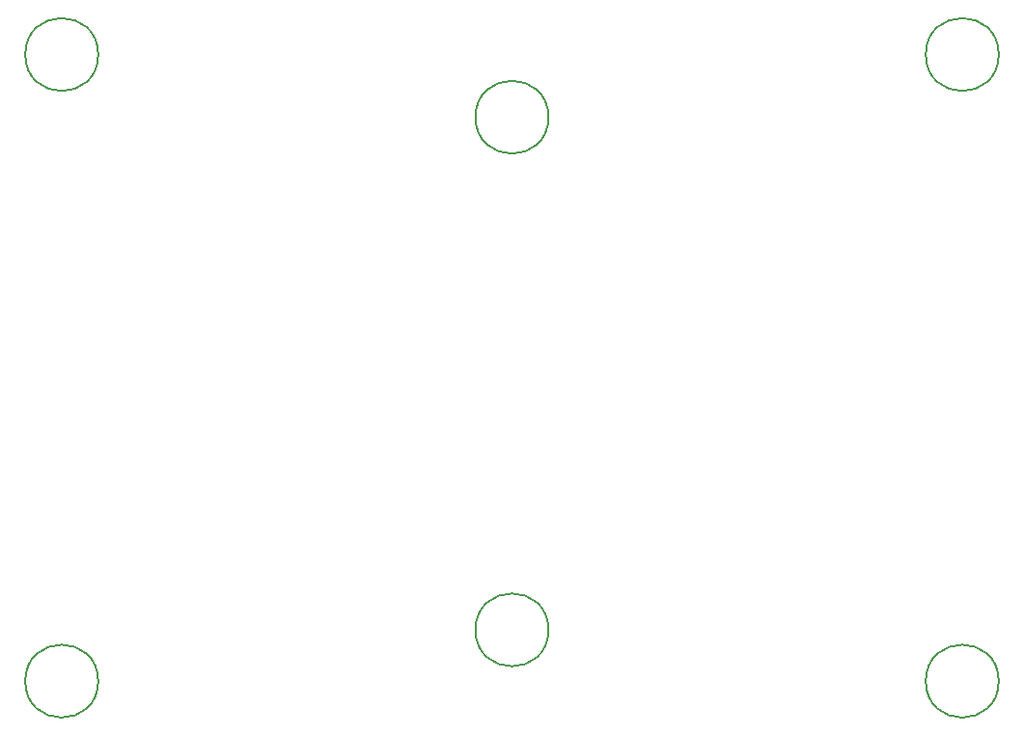
<source format=gbr>
%TF.GenerationSoftware,KiCad,Pcbnew,7.0.8*%
%TF.CreationDate,2024-06-03T09:11:21-04:00*%
%TF.ProjectId,mainboard,6d61696e-626f-4617-9264-2e6b69636164,rev?*%
%TF.SameCoordinates,Original*%
%TF.FileFunction,Other,Comment*%
%FSLAX46Y46*%
G04 Gerber Fmt 4.6, Leading zero omitted, Abs format (unit mm)*
G04 Created by KiCad (PCBNEW 7.0.8) date 2024-06-03 09:11:21*
%MOMM*%
%LPD*%
G01*
G04 APERTURE LIST*
%ADD10C,0.150000*%
G04 APERTURE END LIST*
D10*
%TO.C,REF\u002A\u002A*%
X103700000Y-61500000D02*
G75*
G03*
X103700000Y-61500000I-3200000J0D01*
G01*
X143200000Y-67000000D02*
G75*
G03*
X143200000Y-67000000I-3200000J0D01*
G01*
X103700000Y-116500000D02*
G75*
G03*
X103700000Y-116500000I-3200000J0D01*
G01*
X182700000Y-116500000D02*
G75*
G03*
X182700000Y-116500000I-3200000J0D01*
G01*
X182700000Y-61500000D02*
G75*
G03*
X182700000Y-61500000I-3200000J0D01*
G01*
X143200000Y-112000000D02*
G75*
G03*
X143200000Y-112000000I-3200000J0D01*
G01*
%TD*%
M02*

</source>
